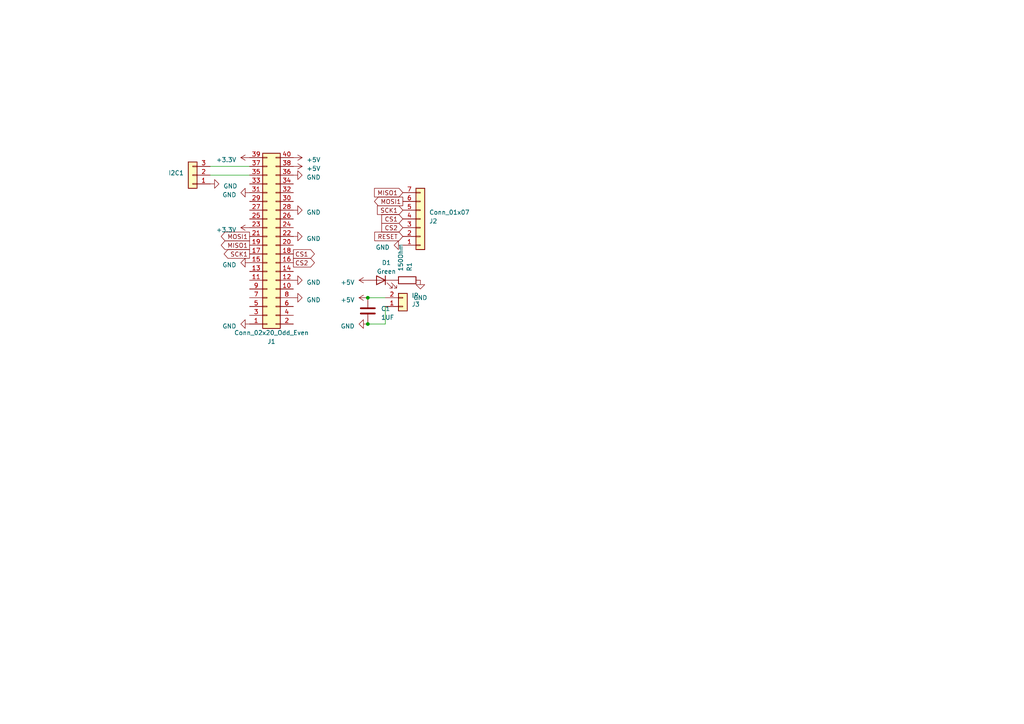
<source format=kicad_sch>
(kicad_sch (version 20230121) (generator eeschema)
  (paper "A4")
  (lib_symbols
    (symbol "Connector_Generic:Conn_01x02" (pin_names (offset 1.016) hide)
      (property "Reference" "J" (at 0 2.54 0))
      (property "Value" "Conn_01x02" (at 0 -5.08 0))
      (symbol "Conn_01x02_1_1"
        (rectangle (start -1.27 -2.413) (end 0 -2.667) (stroke (width 0.1524)))
        (rectangle (start -1.27 0.127) (end 0 -0.127) (stroke (width 0.1524)))
        (rectangle (start -1.27 1.27) (end 1.27 -3.81) (stroke (width 0.254)) (fill (type background)))
        (pin passive line (at -5.08 0 0) (length 3.81) (name "Pin_1") (number "1"))
        (pin passive line (at -5.08 -2.54 0) (length 3.81) (name "Pin_2") (number "2"))
      )
    )
    (symbol "Connector_Generic:Conn_01x03" (pin_names (offset 1.016) hide)
      (property "Reference" "J" (at 0 5.08 0))
      (property "Value" "Conn_01x03" (at 0 -5.08 0))
      (symbol "Conn_01x03_1_1"
        (rectangle (start -1.27 -2.413) (end 0 -2.667) (stroke (width 0.1524)))
        (rectangle (start -1.27 0.127) (end 0 -0.127) (stroke (width 0.1524)))
        (rectangle (start -1.27 2.667) (end 0 2.413) (stroke (width 0.1524)))
        (rectangle (start -1.27 3.81) (end 1.27 -3.81) (stroke (width 0.254)) (fill (type background)))
        (pin passive line (at -5.08 2.54 0) (length 3.81) (name "Pin_1") (number "1"))
        (pin passive line (at -5.08 0 0) (length 3.81) (name "Pin_2") (number "2"))
        (pin passive line (at -5.08 -2.54 0) (length 3.81) (name "Pin_3") (number "3"))
      )
    )
    (symbol "Connector_Generic:Conn_01x07" (pin_names (offset 1.016) hide)
      (property "Reference" "J" (at 0 10.16 0))
      (property "Value" "Conn_01x07" (at 0 -10.16 0))
      (symbol "Conn_01x07_1_1"
        (rectangle (start -1.27 -7.493) (end 0 -7.747) (stroke (width 0.1524)))
        (rectangle (start -1.27 -4.953) (end 0 -5.207) (stroke (width 0.1524)))
        (rectangle (start -1.27 -2.413) (end 0 -2.667) (stroke (width 0.1524)))
        (rectangle (start -1.27 0.127) (end 0 -0.127) (stroke (width 0.1524)))
        (rectangle (start -1.27 2.667) (end 0 2.413) (stroke (width 0.1524)))
        (rectangle (start -1.27 5.207) (end 0 4.953) (stroke (width 0.1524)))
        (rectangle (start -1.27 7.747) (end 0 7.493) (stroke (width 0.1524)))
        (rectangle (start -1.27 8.89) (end 1.27 -8.89) (stroke (width 0.254)) (fill (type background)))
        (pin passive line (at -5.08 7.62 0) (length 3.81) (name "Pin_1") (number "1"))
        (pin passive line (at -5.08 5.08 0) (length 3.81) (name "Pin_2") (number "2"))
        (pin passive line (at -5.08 2.54 0) (length 3.81) (name "Pin_3") (number "3"))
        (pin passive line (at -5.08 0 0) (length 3.81) (name "Pin_4") (number "4"))
        (pin passive line (at -5.08 -2.54 0) (length 3.81) (name "Pin_5") (number "5"))
        (pin passive line (at -5.08 -5.08 0) (length 3.81) (name "Pin_6") (number "6"))
        (pin passive line (at -5.08 -7.62 0) (length 3.81) (name "Pin_7") (number "7"))
      )
    )
    (symbol "Connector_Generic:Conn_02x20_Odd_Even" (pin_names (offset 1.016) hide)
      (property "Reference" "J" (at 1.27 25.4 0))
      (property "Value" "Conn_02x20_Odd_Even" (at 1.27 -27.94 0))
      (symbol "Conn_02x20_Odd_Even_1_1"
        (rectangle (start -1.27 -25.273) (end 0 -25.527) (stroke (width 0.1524)))
        (rectangle (start -1.27 -22.733) (end 0 -22.987) (stroke (width 0.1524)))
        (rectangle (start -1.27 -20.193) (end 0 -20.447) (stroke (width 0.1524)))
        (rectangle (start -1.27 -17.653) (end 0 -17.907) (stroke (width 0.1524)))
        (rectangle (start -1.27 -15.113) (end 0 -15.367) (stroke (width 0.1524)))
        (rectangle (start -1.27 -12.573) (end 0 -12.827) (stroke (width 0.1524)))
        (rectangle (start -1.27 -10.033) (end 0 -10.287) (stroke (width 0.1524)))
        (rectangle (start -1.27 -7.493) (end 0 -7.747) (stroke (width 0.1524)))
        (rectangle (start -1.27 -4.953) (end 0 -5.207) (stroke (width 0.1524)))
        (rectangle (start -1.27 -2.413) (end 0 -2.667) (stroke (width 0.1524)))
        (rectangle (start -1.27 0.127) (end 0 -0.127) (stroke (width 0.1524)))
        (rectangle (start -1.27 2.667) (end 0 2.413) (stroke (width 0.1524)))
        (rectangle (start -1.27 5.207) (end 0 4.953) (stroke (width 0.1524)))
        (rectangle (start -1.27 7.747) (end 0 7.493) (stroke (width 0.1524)))
        (rectangle (start -1.27 10.287) (end 0 10.033) (stroke (width 0.1524)))
        (rectangle (start -1.27 12.827) (end 0 12.573) (stroke (width 0.1524)))
        (rectangle (start -1.27 15.367) (end 0 15.113) (stroke (width 0.1524)))
        (rectangle (start -1.27 17.907) (end 0 17.653) (stroke (width 0.1524)))
        (rectangle (start -1.27 20.447) (end 0 20.193) (stroke (width 0.1524)))
        (rectangle (start -1.27 22.987) (end 0 22.733) (stroke (width 0.1524)))
        (rectangle (start -1.27 24.13) (end 3.81 -26.67) (stroke (width 0.254)) (fill (type background)))
        (rectangle (start 3.81 -25.273) (end 2.54 -25.527) (stroke (width 0.1524)))
        (rectangle (start 3.81 -22.733) (end 2.54 -22.987) (stroke (width 0.1524)))
        (rectangle (start 3.81 -20.193) (end 2.54 -20.447) (stroke (width 0.1524)))
        (rectangle (start 3.81 -17.653) (end 2.54 -17.907) (stroke (width 0.1524)))
        (rectangle (start 3.81 -15.113) (end 2.54 -15.367) (stroke (width 0.1524)))
        (rectangle (start 3.81 -12.573) (end 2.54 -12.827) (stroke (width 0.1524)))
        (rectangle (start 3.81 -10.033) (end 2.54 -10.287) (stroke (width 0.1524)))
        (rectangle (start 3.81 -7.493) (end 2.54 -7.747) (stroke (width 0.1524)))
        (rectangle (start 3.81 -4.953) (end 2.54 -5.207) (stroke (width 0.1524)))
        (rectangle (start 3.81 -2.413) (end 2.54 -2.667) (stroke (width 0.1524)))
        (rectangle (start 3.81 0.127) (end 2.54 -0.127) (stroke (width 0.1524)))
        (rectangle (start 3.81 2.667) (end 2.54 2.413) (stroke (width 0.1524)))
        (rectangle (start 3.81 5.207) (end 2.54 4.953) (stroke (width 0.1524)))
        (rectangle (start 3.81 7.747) (end 2.54 7.493) (stroke (width 0.1524)))
        (rectangle (start 3.81 10.287) (end 2.54 10.033) (stroke (width 0.1524)))
        (rectangle (start 3.81 12.827) (end 2.54 12.573) (stroke (width 0.1524)))
        (rectangle (start 3.81 15.367) (end 2.54 15.113) (stroke (width 0.1524)))
        (rectangle (start 3.81 17.907) (end 2.54 17.653) (stroke (width 0.1524)))
        (rectangle (start 3.81 20.447) (end 2.54 20.193) (stroke (width 0.1524)))
        (rectangle (start 3.81 22.987) (end 2.54 22.733) (stroke (width 0.1524)))
        (pin passive line (at -5.08 22.86 0) (length 3.81) (name "Pin_1") (number "1"))
        (pin passive line (at 7.62 12.7 180) (length 3.81) (name "Pin_10") (number "10"))
        (pin passive line (at -5.08 10.16 0) (length 3.81) (name "Pin_11") (number "11"))
        (pin passive line (at 7.62 10.16 180) (length 3.81) (name "Pin_12") (number "12"))
        (pin passive line (at -5.08 7.62 0) (length 3.81) (name "Pin_13") (number "13"))
        (pin passive line (at 7.62 7.62 180) (length 3.81) (name "Pin_14") (number "14"))
        (pin passive line (at -5.08 5.08 0) (length 3.81) (name "Pin_15") (number "15"))
        (pin passive line (at 7.62 5.08 180) (length 3.81) (name "Pin_16") (number "16"))
        (pin passive line (at -5.08 2.54 0) (length 3.81) (name "Pin_17") (number "17"))
        (pin passive line (at 7.62 2.54 180) (length 3.81) (name "Pin_18") (number "18"))
        (pin passive line (at -5.08 0 0) (length 3.81) (name "Pin_19") (number "19"))
        (pin passive line (at 7.62 22.86 180) (length 3.81) (name "Pin_2") (number "2"))
        (pin passive line (at 7.62 0 180) (length 3.81) (name "Pin_20") (number "20"))
        (pin passive line (at -5.08 -2.54 0) (length 3.81) (name "Pin_21") (number "21"))
        (pin passive line (at 7.62 -2.54 180) (length 3.81) (name "Pin_22") (number "22"))
        (pin passive line (at -5.08 -5.08 0) (length 3.81) (name "Pin_23") (number "23"))
        (pin passive line (at 7.62 -5.08 180) (length 3.81) (name "Pin_24") (number "24"))
        (pin passive line (at -5.08 -7.62 0) (length 3.81) (name "Pin_25") (number "25"))
        (pin passive line (at 7.62 -7.62 180) (length 3.81) (name "Pin_26") (number "26"))
        (pin passive line (at -5.08 -10.16 0) (length 3.81) (name "Pin_27") (number "27"))
        (pin passive line (at 7.62 -10.16 180) (length 3.81) (name "Pin_28") (number "28"))
        (pin passive line (at -5.08 -12.7 0) (length 3.81) (name "Pin_29") (number "29"))
        (pin passive line (at -5.08 20.32 0) (length 3.81) (name "Pin_3") (number "3"))
        (pin passive line (at 7.62 -12.7 180) (length 3.81) (name "Pin_30") (number "30"))
        (pin passive line (at -5.08 -15.24 0) (length 3.81) (name "Pin_31") (number "31"))
        (pin passive line (at 7.62 -15.24 180) (length 3.81) (name "Pin_32") (number "32"))
        (pin passive line (at -5.08 -17.78 0) (length 3.81) (name "Pin_33") (number "33"))
        (pin passive line (at 7.62 -17.78 180) (length 3.81) (name "Pin_34") (number "34"))
        (pin passive line (at -5.08 -20.32 0) (length 3.81) (name "Pin_35") (number "35"))
        (pin passive line (at 7.62 -20.32 180) (length 3.81) (name "Pin_36") (number "36"))
        (pin passive line (at -5.08 -22.86 0) (length 3.81) (name "Pin_37") (number "37"))
        (pin passive line (at 7.62 -22.86 180) (length 3.81) (name "Pin_38") (number "38"))
        (pin passive line (at -5.08 -25.4 0) (length 3.81) (name "Pin_39") (number "39"))
        (pin passive line (at 7.62 20.32 180) (length 3.81) (name "Pin_4") (number "4"))
        (pin passive line (at 7.62 -25.4 180) (length 3.81) (name "Pin_40") (number "40"))
        (pin passive line (at -5.08 17.78 0) (length 3.81) (name "Pin_5") (number "5"))
        (pin passive line (at 7.62 17.78 180) (length 3.81) (name "Pin_6") (number "6"))
        (pin passive line (at -5.08 15.24 0) (length 3.81) (name "Pin_7") (number "7"))
        (pin passive line (at 7.62 15.24 180) (length 3.81) (name "Pin_8") (number "8"))
        (pin passive line (at -5.08 12.7 0) (length 3.81) (name "Pin_9") (number "9"))
      )
    )
    (symbol "Device:C" (pin_numbers hide) (pin_names (offset 0.254))
      (property "Reference" "C" (at 0.635 2.54 0))
      (property "Value" "C" (at 0.635 -2.54 0))
      (symbol "C_0_1"
        (polyline (pts (xy -2.032 -0.762) (xy 2.032 -0.762)) (stroke (width 0.508)))
        (polyline (pts (xy -2.032 0.762) (xy 2.032 0.762)) (stroke (width 0.508)))
      )
      (symbol "C_1_1"
        (pin passive line (at 0 3.81 270) (length 2.794) (name "~") (number "1"))
        (pin passive line (at 0 -3.81 90) (length 2.794) (name "~") (number "2"))
      )
    )
    (symbol "Device:LED" (pin_numbers hide) (pin_names (offset 1.016) hide)
      (property "Reference" "D" (at 0 2.54 0))
      (property "Value" "LED" (at 0 -2.54 0))
      (symbol "LED_0_1"
        (polyline (pts (xy -1.27 -1.27) (xy -1.27 1.27)) (stroke (width 0.254)))
        (polyline (pts (xy -1.27 0) (xy 1.27 0)))
        (polyline (pts (xy 1.27 -1.27) (xy 1.27 1.27) (xy -1.27 0) (xy 1.27 -1.27)) (stroke (width 0.254)))
        (polyline (pts (xy -3.048 -0.762) (xy -4.572 -2.286) (xy -3.81 -2.286) (xy -4.572 -2.286) (xy -4.572 -1.524)))
        (polyline (pts (xy -1.778 -0.762) (xy -3.302 -2.286) (xy -2.54 -2.286) (xy -3.302 -2.286) (xy -3.302 -1.524)))
      )
      (symbol "LED_1_1"
        (pin passive line (at -3.81 0 0) (length 2.54) (name "K") (number "1"))
        (pin passive line (at 3.81 0 180) (length 2.54) (name "A") (number "2"))
      )
    )
    (symbol "Device:R" (pin_numbers hide) (pin_names (offset 0))
      (property "Reference" "R" (at 2.032 0 90))
      (property "Value" "R" (at 0 0 90))
      (symbol "R_0_1"
        (rectangle (start -1.016 -2.54) (end 1.016 2.54) (stroke (width 0.254)))
      )
      (symbol "R_1_1"
        (pin passive line (at 0 3.81 270) (length 1.27) (name "~") (number "1"))
        (pin passive line (at 0 -3.81 90) (length 1.27) (name "~") (number "2"))
      )
    )
    (symbol "power:+3.3V" (power) (pin_names (offset 0))
      (property "Value" "+3.3V" (at 0 3.556 0))
      (symbol "+3.3V_0_1"
        (polyline (pts (xy -0.762 1.27) (xy 0 2.54)))
        (polyline (pts (xy 0 0) (xy 0 2.54)))
        (polyline (pts (xy 0 2.54) (xy 0.762 1.27)))
      )
      (symbol "+3.3V_1_1"
        (pin power_in line (at 0 0 90) (length 0) hide (name "+3.3V") (number "1"))
      )
    )
    (symbol "power:+5V" (power) (pin_names (offset 0))
      (property "Value" "+5V" (at 0 3.556 0))
      (symbol "+5V_0_1"
        (polyline (pts (xy -0.762 1.27) (xy 0 2.54)))
        (polyline (pts (xy 0 0) (xy 0 2.54)))
        (polyline (pts (xy 0 2.54) (xy 0.762 1.27)))
      )
      (symbol "+5V_1_1"
        (pin power_in line (at 0 0 90) (length 0) hide (name "+5V") (number "1"))
      )
    )
    (symbol "power:GND" (power) (pin_names (offset 0))
      (property "Value" "GND" (at 0 -3.81 0))
      (symbol "GND_0_1"
        (polyline (pts (xy 0 0) (xy 0 -1.27) (xy 1.27 -1.27) (xy 0 -2.54) (xy -1.27 -1.27) (xy 0 -1.27)))
      )
      (symbol "GND_1_1"
        (pin power_in line (at 0 0 270) (length 0) hide (name "GND") (number "1"))
      )
    )
  )
  (junction (at 106.68 86.36))
  (junction (at 106.68 93.98))
  (wire (pts (xy 60.96 50.8) (xy 72.39 50.8)))
  (wire (pts (xy 111.76 93.98) (xy 111.76 88.9)))
  (wire (pts (xy 60.96 48.26) (xy 72.39 48.26)))
  (wire (pts (xy 106.68 93.98) (xy 111.76 93.98)))
  (wire (pts (xy 106.68 86.36) (xy 111.76 86.36)))
  (global_label "CS1" (shape output) (at 85.09 73.66 0) (property "Intersheetrefs" "${INTERSHEET_REFS}" (effects hide)))
  (global_label "RESET" (shape input) (at 116.84 68.58 180) (property "Intersheetrefs" "${INTERSHEET_REFS}" (effects hide)))
  (global_label "CS1" (shape input) (at 116.84 63.5 180) (property "Intersheetrefs" "${INTERSHEET_REFS}" (effects hide)))
  (global_label "CS2" (shape input) (at 116.84 66.04 180) (property "Intersheetrefs" "${INTERSHEET_REFS}" (effects hide)))
  (global_label "SCK1" (shape output) (at 72.39 73.66 180) (property "Intersheetrefs" "${INTERSHEET_REFS}" (effects hide)))
  (global_label "MOSI1" (shape output) (at 116.84 58.42 180) (property "Intersheetrefs" "${INTERSHEET_REFS}" (effects hide)))
  (global_label "CS2" (shape output) (at 85.09 76.2 0) (property "Intersheetrefs" "${INTERSHEET_REFS}" (effects hide)))
  (global_label "MISO1" (shape output) (at 72.39 71.12 180) (property "Intersheetrefs" "${INTERSHEET_REFS}" (effects hide)))
  (global_label "MOSI1" (shape output) (at 72.39 68.58 180) (property "Intersheetrefs" "${INTERSHEET_REFS}" (effects hide)))
  (global_label "MISO1" (shape input) (at 116.84 55.88 180) (property "Intersheetrefs" "${INTERSHEET_REFS}" (effects hide)))
  (global_label "SCK1" (shape input) (at 116.84 60.96 180) (property "Intersheetrefs" "${INTERSHEET_REFS}" (effects hide)))
  (symbol (lib_id "power:GND") (at 121.92 81.28 0) (unit 1)
    (property "Reference" "#PWR018" (effects hide))
    (property "Value" "GND" (at 121.92 86.36 0))
  )
  (symbol (lib_id "Connector_Generic:Conn_01x07") (at 121.92 63.5 0) (mirror x) (unit 1)
    (property "Reference" "J2" (at 124.46 64.135 0) (effects (justify left)))
    (property "Value" "Conn_01x07" (at 124.46 61.595 0) (effects (justify left)))
    (property "Footprint" "Connector_JST:JST_EH_S7B-EH_1x07_P2.50mm_Horizontal" (effects hide))
  )
  (symbol (lib_id "power:GND") (at 116.84 71.12 270) (unit 1)
    (property "Reference" "#PWR013" (effects hide))
    (property "Value" "GND" (at 113.03 71.755 90) (effects (justify right)))
  )
  (symbol (lib_id "Device:C") (at 106.68 90.17 0) (unit 1)
    (property "Reference" "C1" (at 110.49 89.535 0) (effects (justify left)))
    (property "Value" "1UF" (at 110.49 92.075 0) (effects (justify left)))
    (property "Footprint" "Capacitor_SMD:C_0603_1608Metric_Pad1.08x0.95mm_HandSolder" (effects hide))
  )
  (symbol (lib_id "power:+5V") (at 85.09 48.26 270) (unit 1)
    (property "Reference" "#PWR03" (effects hide))
    (property "Value" "+5V" (at 88.9 48.895 90) (effects (justify left)))
  )
  (symbol (lib_id "power:+5V") (at 106.68 81.28 90) (unit 1)
    (property "Reference" "#PWR017" (effects hide))
    (property "Value" "+5V" (at 102.87 81.915 90) (effects (justify left)))
  )
  (symbol (lib_id "power:GND") (at 72.39 93.98 270) (mirror x) (unit 1)
    (property "Reference" "#PWR09" (effects hide))
    (property "Value" "GND" (at 68.58 94.615 90) (effects (justify right)))
  )
  (symbol (lib_id "Connector_Generic:Conn_01x02") (at 116.84 88.9 0) (mirror x) (unit 1)
    (property "Reference" "J3" (at 119.38 88.265 0) (effects (justify left)))
    (property "Value" "IR" (at 119.38 85.725 0) (effects (justify left)))
    (property "Footprint" "Connector_JST:JST_EH_S2B-EH_1x02_P2.50mm_Horizontal" (effects hide))
  )
  (symbol (lib_id "Device:LED") (at 110.49 81.28 0) (mirror y) (unit 1)
    (property "Reference" "D1" (at 112.0775 76.2 0))
    (property "Value" "Green" (at 112.0775 78.74 0))
    (property "Footprint" "LED_SMD:LED_0603_1608Metric_Pad1.05x0.95mm_HandSolder" (effects hide))
  )
  (symbol (lib_id "power:+5V") (at 85.09 45.72 270) (unit 1)
    (property "Reference" "#PWR02" (effects hide))
    (property "Value" "+5V" (at 88.9 46.355 90) (effects (justify left)))
  )
  (symbol (lib_id "power:+3.3V") (at 72.39 66.04 90) (unit 1)
    (property "Reference" "#PWR012" (effects hide))
    (property "Value" "+3.3V" (at 68.58 66.675 90) (effects (justify left)))
  )
  (symbol (lib_id "Device:R") (at 118.11 81.28 270) (mirror x) (unit 1)
    (property "Reference" "R1" (at 118.745 78.74 0) (effects (justify left)))
    (property "Value" "150Ohm" (at 116.205 78.74 0) (effects (justify left)))
    (property "Footprint" "Resistor_SMD:R_0603_1608Metric_Pad0.98x0.95mm_HandSolder" (effects hide))
  )
  (symbol (lib_id "power:GND") (at 85.09 81.28 90) (unit 1)
    (property "Reference" "#PWR07" (effects hide))
    (property "Value" "GND" (at 88.9 81.915 90) (effects (justify right)))
  )
  (symbol (lib_id "power:GND") (at 85.09 86.36 90) (unit 1)
    (property "Reference" "#PWR08" (effects hide))
    (property "Value" "GND" (at 88.9 86.995 90) (effects (justify right)))
  )
  (symbol (lib_id "power:GND") (at 85.09 68.58 90) (unit 1)
    (property "Reference" "#PWR06" (effects hide))
    (property "Value" "GND" (at 88.9 69.215 90) (effects (justify right)))
  )
  (symbol (lib_id "power:GND") (at 85.09 50.8 90) (unit 1)
    (property "Reference" "#PWR04" (effects hide))
    (property "Value" "GND" (at 88.9 51.435 90) (effects (justify right)))
  )
  (symbol (lib_id "power:+5V") (at 106.68 86.36 90) (unit 1)
    (property "Reference" "#PWR015" (effects hide))
    (property "Value" "+5V" (at 102.87 86.995 90) (effects (justify left)))
  )
  (symbol (lib_id "power:GND") (at 106.68 93.98 270) (unit 1)
    (property "Reference" "#PWR016" (effects hide))
    (property "Value" "GND" (at 102.87 94.615 90) (effects (justify right)))
  )
  (symbol (lib_id "power:GND") (at 72.39 55.88 270) (mirror x) (unit 1)
    (property "Reference" "#PWR011" (effects hide))
    (property "Value" "GND" (at 68.58 56.515 90) (effects (justify right)))
  )
  (symbol (lib_id "power:GND") (at 72.39 76.2 270) (mirror x) (unit 1)
    (property "Reference" "#PWR010" (effects hide))
    (property "Value" "GND" (at 68.58 76.835 90) (effects (justify right)))
  )
  (symbol (lib_id "Connector_Generic:Conn_02x20_Odd_Even") (at 77.47 71.12 0) (mirror x) (unit 1)
    (property "Reference" "J1" (at 78.74 99.06 0))
    (property "Value" "Conn_02x20_Odd_Even" (at 78.74 96.52 0))
    (property "Footprint" "Connector_PinSocket_2.54mm:PinSocket_2x20_P2.54mm_Vertical" (effects hide))
  )
  (symbol (lib_id "power:GND") (at 60.96 53.34 90) (mirror x) (unit 1)
    (property "Reference" "#PWR014" (effects hide))
    (property "Value" "GND" (at 64.77 53.975 90) (effects (justify right)))
  )
  (symbol (lib_id "Connector_Generic:Conn_01x03") (at 55.88 50.8 180) (unit 1)
    (property "Reference" "I2C1" (at 53.34 50.165 0) (effects (justify left)))
    (property "Value" "Conn_01x04" (effects hide))
    (property "Footprint" "Connector_JST:JST_EH_S3B-EH_1x03_P2.50mm_Horizontal" (effects hide))
  )
  (symbol (lib_id "power:GND") (at 85.09 60.96 90) (unit 1)
    (property "Reference" "#PWR05" (effects hide))
    (property "Value" "GND" (at 88.9 61.595 90) (effects (justify right)))
  )
  (symbol (lib_id "power:+3.3V") (at 72.39 45.72 90) (unit 1)
    (property "Reference" "#PWR01" (effects hide))
    (property "Value" "+3.3V" (at 68.58 46.355 90) (effects (justify left)))
  )
)
</source>
